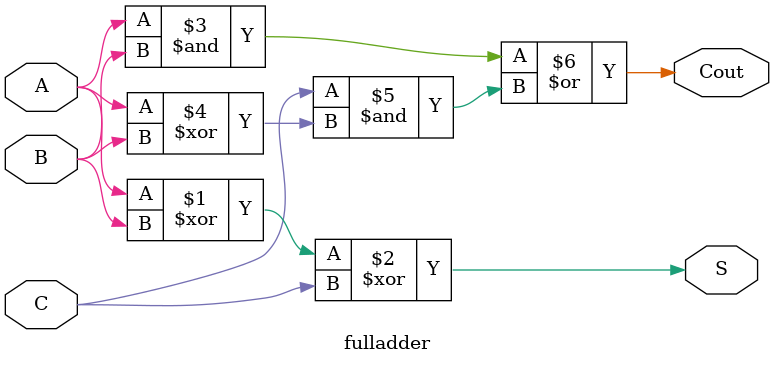
<source format=v>
`timescale 1ns / 1ps


module fulladder(A,B,C,S,Cout );
input A,B,C;
output S,Cout;
assign S=A^B^C;
assign Cout = A&B |C&(A^B);



endmodule

</source>
